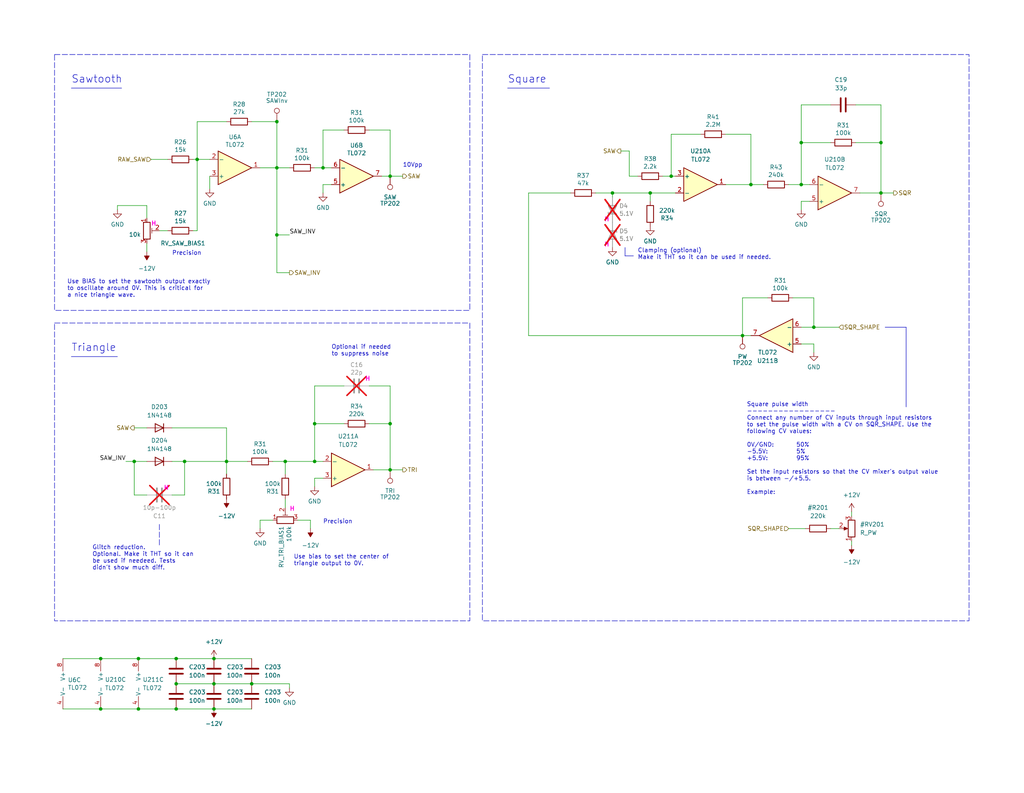
<source format=kicad_sch>
(kicad_sch (version 20231120) (generator "eeschema") (generator_version "8.0")
  (paper "User" 310.007 240.005)
  (title_block (title "Waveshapers"))
  (lib_symbols
    (symbol "-12V_1" (power) (pin_names (offset 0))
      (property "Value" "-12V_1" (at 0 3.81 0))
      (symbol "-12V_1_0_0"
        (pin power_in line (at 0 0 90) (length 0) hide (name "-12V") (number "1"))
      )
      (symbol "-12V_1_0_1"
        (polyline (pts (xy 0 0) (xy 0 1.27) (xy 0.762 1.27) (xy 0 2.54) (xy -0.762 1.27) (xy 0 1.27)) (fill (type outline)))
      )
    )
    (symbol "-12V_2" (power) (pin_names (offset 0))
      (property "Value" "-12V_2" (at 0 3.81 0))
      (symbol "-12V_2_0_0"
        (pin power_in line (at 0 0 90) (length 0) hide (name "-12V") (number "1"))
      )
      (symbol "-12V_2_0_1"
        (polyline (pts (xy 0 0) (xy 0 1.27) (xy 0.762 1.27) (xy 0 2.54) (xy -0.762 1.27) (xy 0 1.27)) (fill (type outline)))
      )
    )
    (symbol "-12V_3" (power) (pin_names (offset 0))
      (property "Value" "-12V_3" (at 0 3.81 0))
      (symbol "-12V_3_0_0"
        (pin power_in line (at 0 0 90) (length 0) hide (name "-12V") (number "1"))
      )
      (symbol "-12V_3_0_1"
        (polyline (pts (xy 0 0) (xy 0 1.27) (xy 0.762 1.27) (xy 0 2.54) (xy -0.762 1.27) (xy 0 1.27)) (fill (type outline)))
      )
    )
    (symbol "-12V_4" (power) (pin_names (offset 0))
      (property "Value" "-12V_4" (at 0 3.81 0))
      (symbol "-12V_4_0_0"
        (pin power_in line (at 0 0 90) (length 0) hide (name "-12V") (number "1"))
      )
      (symbol "-12V_4_0_1"
        (polyline (pts (xy 0 0) (xy 0 1.27) (xy 0.762 1.27) (xy 0 2.54) (xy -0.762 1.27) (xy 0 1.27)) (fill (type outline)))
      )
    )
    (symbol "Amplifier_Operational:TL072" (pin_names (offset 0.127))
      (property "Reference" "U" (at 0 5.08 0))
      (property "Value" "TL072" (at 0 -5.08 0))
      (symbol "TL072_1_1"
        (polyline (pts (xy -5.08 5.08) (xy 5.08 0) (xy -5.08 -5.08) (xy -5.08 5.08)) (stroke (width 0.254)) (fill (type background)))
        (pin output line (at 7.62 0 180) (length 2.54) (name "~") (number "1"))
        (pin input line (at -7.62 -2.54 0) (length 2.54) (name "-") (number "2"))
        (pin input line (at -7.62 2.54 0) (length 2.54) (name "+") (number "3"))
      )
      (symbol "TL072_2_1"
        (polyline (pts (xy -5.08 5.08) (xy 5.08 0) (xy -5.08 -5.08) (xy -5.08 5.08)) (stroke (width 0.254)) (fill (type background)))
        (pin input line (at -7.62 2.54 0) (length 2.54) (name "+") (number "5"))
        (pin input line (at -7.62 -2.54 0) (length 2.54) (name "-") (number "6"))
        (pin output line (at 7.62 0 180) (length 2.54) (name "~") (number "7"))
      )
      (symbol "TL072_3_1"
        (pin power_in line (at -2.54 -7.62 90) (length 3.81) (name "V-") (number "4"))
        (pin power_in line (at -2.54 7.62 270) (length 3.81) (name "V+") (number "8"))
      )
    )
    (symbol "Connector:TestPoint" (pin_numbers hide) (pin_names (offset 0.762) hide)
      (property "Reference" "TP" (at 0 6.858 0))
      (property "Value" "TestPoint" (at 0 5.08 0))
      (symbol "TestPoint_0_1"
        (circle (center 0 3.302) (radius 0.762))
      )
      (symbol "TestPoint_1_1"
        (pin passive line (at 0 0 90) (length 2.54) (name "1") (number "1"))
      )
    )
    (symbol "D_1" (pin_numbers hide) (pin_names (offset 1.016) hide)
      (property "Reference" "D" (at 0 2.54 0))
      (property "Value" "D" (at 0 -2.54 0))
      (symbol "D_1_0_1"
        (polyline (pts (xy -1.27 1.27) (xy -1.27 -1.27)) (stroke (width 0.254)))
        (polyline (pts (xy 1.27 0) (xy -1.27 0)))
        (polyline (pts (xy 1.27 1.27) (xy 1.27 -1.27) (xy -1.27 0) (xy 1.27 1.27)) (stroke (width 0.254)))
      )
      (symbol "D_1_1_1"
        (pin passive line (at -3.81 0 0) (length 2.54) (name "K") (number "1"))
        (pin passive line (at 3.81 0 180) (length 2.54) (name "A") (number "2"))
      )
    )
    (symbol "Device:C" (pin_numbers hide) (pin_names (offset 0.254))
      (property "Reference" "C" (at 0.635 2.54 0))
      (property "Value" "C" (at 0.635 -2.54 0))
      (symbol "C_0_1"
        (polyline (pts (xy -2.032 -0.762) (xy 2.032 -0.762)) (stroke (width 0.508)))
        (polyline (pts (xy -2.032 0.762) (xy 2.032 0.762)) (stroke (width 0.508)))
      )
      (symbol "C_1_1"
        (pin passive line (at 0 3.81 270) (length 2.794) (name "~") (number "1"))
        (pin passive line (at 0 -3.81 90) (length 2.794) (name "~") (number "2"))
      )
    )
    (symbol "Device:D_Zener" (pin_numbers hide) (pin_names (offset 1.016) hide)
      (property "Reference" "D" (at 0 2.54 0))
      (property "Value" "D_Zener" (at 0 -2.54 0))
      (symbol "D_Zener_0_1"
        (polyline (pts (xy 1.27 0) (xy -1.27 0)))
        (polyline (pts (xy -1.27 -1.27) (xy -1.27 1.27) (xy -0.762 1.27)) (stroke (width 0.254)))
        (polyline (pts (xy 1.27 -1.27) (xy 1.27 1.27) (xy -1.27 0) (xy 1.27 -1.27)) (stroke (width 0.254)))
      )
      (symbol "D_Zener_1_1"
        (pin passive line (at -3.81 0 0) (length 2.54) (name "K") (number "1"))
        (pin passive line (at 3.81 0 180) (length 2.54) (name "A") (number "2"))
      )
    )
    (symbol "Device:R" (pin_numbers hide) (pin_names (offset 0))
      (property "Reference" "R" (at 2.032 0 90))
      (property "Value" "R" (at 0 0 90))
      (symbol "R_0_1"
        (rectangle (start -1.016 -2.54) (end 1.016 2.54) (stroke (width 0.254)))
      )
      (symbol "R_1_1"
        (pin passive line (at 0 3.81 270) (length 1.27) (name "~") (number "1"))
        (pin passive line (at 0 -3.81 90) (length 1.27) (name "~") (number "2"))
      )
    )
    (symbol "Device:R_Potentiometer" (pin_names (offset 1.016) hide)
      (property "Reference" "RV" (at -4.445 0 90))
      (property "Value" "R_Potentiometer" (at -2.54 0 90))
      (symbol "R_Potentiometer_0_1"
        (polyline (pts (xy 2.54 0) (xy 1.524 0)))
        (polyline (pts (xy 1.143 0) (xy 2.286 0.508) (xy 2.286 -0.508) (xy 1.143 0)) (fill (type outline)))
        (rectangle (start 1.016 2.54) (end -1.016 -2.54) (stroke (width 0.254)))
      )
      (symbol "R_Potentiometer_1_1"
        (pin passive line (at 0 3.81 270) (length 1.27) (name "1") (number "1"))
        (pin passive line (at 3.81 0 180) (length 1.27) (name "2") (number "2"))
        (pin passive line (at 0 -3.81 90) (length 1.27) (name "3") (number "3"))
      )
    )
    (symbol "Device:R_Potentiometer_Trim" (pin_names (offset 1.016) hide)
      (property "Reference" "RV" (at -4.445 0 90))
      (property "Value" "R_Potentiometer_Trim" (at -2.54 0 90))
      (symbol "R_Potentiometer_Trim_0_1"
        (polyline (pts (xy 1.524 0.762) (xy 1.524 -0.762)))
        (polyline (pts (xy 2.54 0) (xy 1.524 0)))
        (rectangle (start 1.016 2.54) (end -1.016 -2.54) (stroke (width 0.254)))
      )
      (symbol "R_Potentiometer_Trim_1_1"
        (pin passive line (at 0 3.81 270) (length 1.27) (name "1") (number "1"))
        (pin passive line (at 3.81 0 180) (length 1.27) (name "2") (number "2"))
        (pin passive line (at 0 -3.81 90) (length 1.27) (name "3") (number "3"))
      )
    )
    (symbol "GND_1" (power) (pin_names (offset 0))
      (property "Value" "GND_1" (at 0 -3.81 0))
      (symbol "GND_1_0_1"
        (polyline (pts (xy 0 0) (xy 0 -1.27) (xy 1.27 -1.27) (xy 0 -2.54) (xy -1.27 -1.27) (xy 0 -1.27)))
      )
      (symbol "GND_1_1_1"
        (pin power_in line (at 0 0 270) (length 0) hide (name "GND") (number "1"))
      )
    )
    (symbol "power:+12V" (power) (pin_names (offset 0))
      (property "Value" "+12V" (at 0 3.556 0))
      (symbol "+12V_0_1"
        (polyline (pts (xy -0.762 1.27) (xy 0 2.54)))
        (polyline (pts (xy 0 0) (xy 0 2.54)))
        (polyline (pts (xy 0 2.54) (xy 0.762 1.27)))
      )
      (symbol "+12V_1_1"
        (pin power_in line (at 0 0 90) (length 0) hide (name "+12V") (number "1"))
      )
    )
    (symbol "power:-12V" (power) (pin_names (offset 0))
      (property "Value" "-12V" (at 0 3.81 0))
      (symbol "-12V_0_0"
        (pin power_in line (at 0 0 90) (length 0) hide (name "-12V") (number "1"))
      )
      (symbol "-12V_0_1"
        (polyline (pts (xy 0 0) (xy 0 1.27) (xy 0.762 1.27) (xy 0 2.54) (xy -0.762 1.27) (xy 0 1.27)) (fill (type outline)))
      )
    )
  )
  (junction (at 64.77 199.39))
  (junction (at 118.11 128.27))
  (junction (at 64.77 207.01))
  (junction (at 64.77 214.63))
  (junction (at 118.11 53.34))
  (junction (at 53.34 214.63))
  (junction (at 53.34 199.39))
  (junction (at 30.48 214.63))
  (junction (at 41.91 214.63))
  (junction (at 30.48 199.39))
  (junction (at 76.2 207.01))
  (junction (at 203.2 53.34))
  (junction (at 95.25 128.27))
  (junction (at 196.85 58.42))
  (junction (at 227.33 55.88))
  (junction (at 224.79 101.6))
  (junction (at 95.25 139.7))
  (junction (at 185.42 58.42))
  (junction (at 83.82 36.83))
  (junction (at 246.38 99.06))
  (junction (at 266.7 43.18))
  (junction (at 242.57 55.88))
  (junction (at 83.82 71.12))
  (junction (at 266.7 58.42))
  (junction (at 59.69 48.26))
  (junction (at 40.64 139.7))
  (junction (at 68.58 139.7))
  (junction (at 118.11 142.24))
  (junction (at 41.91 199.39))
  (junction (at 55.88 139.7))
  (junction (at 53.34 207.01))
  (junction (at 86.36 139.7))
  (junction (at 97.79 50.8))
  (junction (at 242.57 43.18))
  (junction (at 83.82 50.8))
  (wire (pts (xy 97.79 50.8) (xy 100.33 50.8)))
  (wire (pts (xy 238.76 160.02) (xy 243.84 160.02)))
  (polyline (pts (xy 21.59 26.67) (xy 36.83 26.67)))
  (wire (pts (xy 104.14 128.27) (xy 95.25 128.27)))
  (wire (pts (xy 266.7 31.75) (xy 266.7 43.18)))
  (wire (pts (xy 118.11 128.27) (xy 118.11 142.24)))
  (wire (pts (xy 52.07 149.86) (xy 55.88 149.86)))
  (wire (pts (xy 224.79 101.6) (xy 227.33 101.6)))
  (wire (pts (xy 35.56 63.5) (xy 35.56 62.23)))
  (wire (pts (xy 19.05 214.63) (xy 30.48 214.63)))
  (wire (pts (xy 97.79 39.37) (xy 97.79 50.8)))
  (wire (pts (xy 246.38 106.68) (xy 246.38 104.14)))
  (wire (pts (xy 266.7 58.42) (xy 260.35 58.42)))
  (wire (pts (xy 180.34 58.42) (xy 185.42 58.42)))
  (wire (pts (xy 242.57 60.96) (xy 242.57 63.5)))
  (wire (pts (xy 68.58 139.7) (xy 74.93 139.7)))
  (polyline (pts (xy 274.32 123.19) (xy 274.32 99.06)))
  (wire (pts (xy 40.64 149.86) (xy 40.64 139.7)))
  (wire (pts (xy 185.42 58.42) (xy 196.85 58.42)))
  (wire (pts (xy 53.34 214.63) (xy 64.77 214.63)))
  (wire (pts (xy 38.1 139.7) (xy 40.64 139.7)))
  (wire (pts (xy 30.48 199.39) (xy 41.91 199.39)))
  (wire (pts (xy 83.82 50.8) (xy 78.74 50.8)))
  (wire (pts (xy 227.33 40.64) (xy 227.33 55.88)))
  (wire (pts (xy 52.07 129.54) (xy 68.58 129.54)))
  (wire (pts (xy 251.46 31.75) (xy 242.57 31.75)))
  (wire (pts (xy 196.85 58.42) (xy 196.85 60.96)))
  (polyline (pts (xy 191.77 77.47) (xy 189.23 77.47)))
  (wire (pts (xy 41.91 214.63) (xy 53.34 214.63)))
  (wire (pts (xy 111.76 39.37) (xy 118.11 39.37)))
  (wire (pts (xy 19.05 199.39) (xy 30.48 199.39)))
  (wire (pts (xy 97.79 139.7) (xy 95.25 139.7)))
  (wire (pts (xy 111.76 116.84) (xy 118.11 116.84)))
  (wire (pts (xy 63.5 53.34) (xy 63.5 57.15)))
  (wire (pts (xy 160.02 101.6) (xy 224.79 101.6)))
  (wire (pts (xy 97.79 55.88) (xy 97.79 58.42)))
  (wire (pts (xy 68.58 36.83) (xy 59.69 36.83)))
  (wire (pts (xy 83.82 36.83) (xy 83.82 50.8)))
  (wire (pts (xy 212.09 40.64) (xy 203.2 40.64)))
  (wire (pts (xy 87.63 208.28) (xy 87.63 207.01)))
  (wire (pts (xy 58.42 69.85) (xy 59.69 69.85)))
  (wire (pts (xy 83.82 71.12) (xy 87.63 71.12)))
  (wire (pts (xy 95.25 116.84) (xy 95.25 128.27)))
  (wire (pts (xy 203.2 40.64) (xy 203.2 53.34)))
  (wire (pts (xy 95.25 128.27) (xy 95.25 139.7)))
  (wire (pts (xy 246.38 90.17) (xy 246.38 99.06)))
  (wire (pts (xy 104.14 116.84) (xy 95.25 116.84)))
  (wire (pts (xy 82.55 157.48) (xy 78.74 157.48)))
  (wire (pts (xy 172.72 58.42) (xy 160.02 58.42)))
  (wire (pts (xy 254 99.06) (xy 246.38 99.06)))
  (wire (pts (xy 204.47 58.42) (xy 196.85 58.42)))
  (wire (pts (xy 121.92 53.34) (xy 118.11 53.34)))
  (wire (pts (xy 231.14 55.88) (xy 227.33 55.88)))
  (wire (pts (xy 52.07 139.7) (xy 55.88 139.7)))
  (wire (pts (xy 64.77 199.39) (xy 76.2 199.39)))
  (wire (pts (xy 187.96 45.72) (xy 190.5 45.72)))
  (wire (pts (xy 68.58 129.54) (xy 68.58 139.7)))
  (wire (pts (xy 58.42 48.26) (xy 59.69 48.26)))
  (wire (pts (xy 97.79 144.78) (xy 95.25 144.78)))
  (wire (pts (xy 118.11 142.24) (xy 113.03 142.24)))
  (wire (pts (xy 227.33 55.88) (xy 219.71 55.88)))
  (wire (pts (xy 30.48 214.63) (xy 41.91 214.63)))
  (wire (pts (xy 90.17 157.48) (xy 93.98 157.48)))
  (polyline (pts (xy 48.26 158.75) (xy 48.26 165.1)) (stroke (width 0) (type dash)))
  (wire (pts (xy 45.72 48.26) (xy 50.8 48.26)))
  (wire (pts (xy 190.5 53.34) (xy 193.04 53.34)))
  (wire (pts (xy 219.71 40.64) (xy 227.33 40.64)))
  (wire (pts (xy 270.51 58.42) (xy 266.7 58.42)))
  (wire (pts (xy 82.55 139.7) (xy 86.36 139.7)))
  (wire (pts (xy 64.77 207.01) (xy 76.2 207.01)))
  (wire (pts (xy 259.08 31.75) (xy 266.7 31.75)))
  (wire (pts (xy 59.69 36.83) (xy 59.69 48.26)))
  (wire (pts (xy 55.88 139.7) (xy 68.58 139.7)))
  (wire (pts (xy 83.82 82.55) (xy 87.63 82.55)))
  (wire (pts (xy 251.46 43.18) (xy 242.57 43.18)))
  (wire (pts (xy 40.64 139.7) (xy 44.45 139.7)))
  (wire (pts (xy 83.82 71.12) (xy 83.82 50.8)))
  (polyline (pts (xy 153.67 26.67) (xy 166.37 26.67)))
  (wire (pts (xy 59.69 48.26) (xy 63.5 48.26)))
  (wire (pts (xy 55.88 149.86) (xy 55.88 139.7)))
  (polyline (pts (xy 267.97 99.06) (xy 274.32 99.06)))
  (wire (pts (xy 224.79 90.17) (xy 224.79 101.6)))
  (wire (pts (xy 160.02 101.6) (xy 160.02 58.42)))
  (wire (pts (xy 53.34 199.39) (xy 64.77 199.39)))
  (wire (pts (xy 242.57 43.18) (xy 242.57 55.88)))
  (wire (pts (xy 86.36 139.7) (xy 86.36 143.51)))
  (wire (pts (xy 203.2 53.34) (xy 200.66 53.34)))
  (polyline (pts (xy 189.23 77.47) (xy 189.23 74.93)))
  (wire (pts (xy 44.45 76.2) (xy 44.45 73.66)))
  (wire (pts (xy 93.98 157.48) (xy 93.98 160.02)))
  (wire (pts (xy 245.11 55.88) (xy 242.57 55.88)))
  (wire (pts (xy 246.38 104.14) (xy 242.57 104.14)))
  (wire (pts (xy 53.34 207.01) (xy 64.77 207.01)))
  (wire (pts (xy 100.33 55.88) (xy 97.79 55.88)))
  (wire (pts (xy 87.63 50.8) (xy 83.82 50.8)))
  (wire (pts (xy 232.41 90.17) (xy 224.79 90.17)))
  (wire (pts (xy 95.25 144.78) (xy 95.25 147.32)))
  (wire (pts (xy 245.11 60.96) (xy 242.57 60.96)))
  (wire (pts (xy 35.56 62.23) (xy 44.45 62.23)))
  (wire (pts (xy 76.2 36.83) (xy 83.82 36.83)))
  (wire (pts (xy 95.25 50.8) (xy 97.79 50.8)))
  (wire (pts (xy 118.11 116.84) (xy 118.11 128.27)))
  (wire (pts (xy 242.57 55.88) (xy 238.76 55.88)))
  (wire (pts (xy 246.38 99.06) (xy 242.57 99.06)))
  (wire (pts (xy 266.7 43.18) (xy 266.7 58.42)))
  (wire (pts (xy 41.91 199.39) (xy 53.34 199.39)))
  (wire (pts (xy 251.46 160.02) (xy 254 160.02)))
  (wire (pts (xy 44.45 149.86) (xy 40.64 149.86)))
  (wire (pts (xy 190.5 45.72) (xy 190.5 53.34)))
  (wire (pts (xy 44.45 62.23) (xy 44.45 66.04)))
  (wire (pts (xy 64.77 214.63) (xy 76.2 214.63)))
  (wire (pts (xy 204.47 53.34) (xy 203.2 53.34)))
  (wire (pts (xy 40.64 129.54) (xy 44.45 129.54)))
  (wire (pts (xy 118.11 53.34) (xy 115.57 53.34)))
  (wire (pts (xy 118.11 39.37) (xy 118.11 53.34)))
  (polyline (pts (xy 21.59 107.95) (xy 35.56 107.95)))
  (wire (pts (xy 257.81 163.83) (xy 257.81 165.1)))
  (wire (pts (xy 104.14 39.37) (xy 97.79 39.37)))
  (wire (pts (xy 118.11 142.24) (xy 121.92 142.24)))
  (wire (pts (xy 242.57 31.75) (xy 242.57 43.18)))
  (wire (pts (xy 48.26 69.85) (xy 50.8 69.85)))
  (wire (pts (xy 68.58 143.51) (xy 68.58 139.7)))
  (wire (pts (xy 86.36 151.13) (xy 86.36 153.67)))
  (wire (pts (xy 78.74 157.48) (xy 78.74 160.02)))
  (wire (pts (xy 59.69 48.26) (xy 59.69 69.85)))
  (wire (pts (xy 240.03 90.17) (xy 246.38 90.17)))
  (wire (pts (xy 95.25 139.7) (xy 86.36 139.7)))
  (wire (pts (xy 76.2 207.01) (xy 87.63 207.01)))
  (wire (pts (xy 259.08 43.18) (xy 266.7 43.18)))
  (wire (pts (xy 257.81 154.94) (xy 257.81 156.21)))
  (wire (pts (xy 185.42 58.42) (xy 185.42 59.69)))
  (wire (pts (xy 83.82 71.12) (xy 83.82 82.55)))
  (wire (pts (xy 111.76 128.27) (xy 118.11 128.27)))
  (rectangle (start 16.51 97.79) (end 142.24 187.96) (stroke (width 0) (type dash)))
  (rectangle (start 16.51 16.51) (end 142.24 93.98) (stroke (width 0) (type dash)))
  (rectangle (start 146.05 16.51) (end 293.37 187.96) (stroke (width 0) (type dash)))
  (text "H" (at 45.72 68.58 0) (effects (font (size 1.27 1.27) (thickness 0.254) (bold yes)) (justify left bottom)))
  (text "Precision" (at 52.07 77.47 0) (effects (font (size 1.27 1.27)) (justify left bottom)))
  (text "Use bias to set the center of \ntriangle output to 0V." (at 88.9 171.45 0) (effects (font (size 1.27 1.27)) (justify left bottom)))
  (text "10Vpp" (at 121.92 50.8 0) (effects (font (size 1.27 1.27)) (justify left bottom)))
  (text "H" (at 49.53 148.59 0) (effects (font (size 1.27 1.27) (thickness 0.254) (bold yes)) (justify left bottom)))
  (text "H" (at 182.88 74.93 0) (effects (font (size 1.27 1.27) (thickness 0.254) (bold yes)) (justify left bottom)))
  (text "Sawtooth" (at 21.59 25.4 0) (effects (font (size 2.2606 2.2606)) (justify left bottom)))
  (text "Precision" (at 97.79 158.75 0) (effects (font (size 1.27 1.27)) (justify left bottom)))
  (text "H" (at 182.88 67.31 0) (effects (font (size 1.27 1.27) (thickness 0.254) (bold yes)) (justify left bottom)))
  (text "Square pulse width\n-----------------\nConnect any number of CV inputs through input resistors \nto set the pulse width with a CV on SQR_SHAPE. Use the \nfollowing CV values:\n\n0V/GND: 	50%\n-5.5V: 		5%\n+5.5V: 		95%\n\nSet the input resistors so that the CV mixer's output value \nis between -/+5.5.\n\nExample:" (at 226.06 149.86 0) (effects (font (size 1.27 1.27)) (justify left bottom)))
  (text "Use BIAS to set the sawtooth output exactly\nto oscillate around 0V. This is critical for\na nice triangle wave." (at 20.32 90.17 0) (effects (font (size 1.27 1.27)) (justify left bottom)))
  (text "Optional if needed\nto suppress noise" (at 100.33 107.95 0) (effects (font (size 1.27 1.27)) (justify left bottom)))
  (text "Square" (at 153.67 25.4 0) (effects (font (size 2.2606 2.2606)) (justify left bottom)))
  (text "H" (at 110.49 115.57 0) (effects (font (size 1.27 1.27) (thickness 0.254) (bold yes)) (justify left bottom)))
  (text "Clamping (optional)\nMake it THT so it can be used if needed." (at 193.04 78.74 0) (effects (font (size 1.27 1.27)) (justify left bottom)))
  (text "Triangle" (at 21.59 106.68 0) (effects (font (size 2.2606 2.2606)) (justify left bottom)))
  (text "Glitch reduction.\nOptional. Make it THT so it can \nbe used if needeed. Tests \ndidn't show much diff." (at 27.94 172.72 0) (effects (font (size 1.27 1.27)) (justify left bottom)))
  (text "H" (at 87.63 154.94 0) (effects (font (size 1.27 1.27) (thickness 0.254) (bold yes)) (justify left bottom)))
  (label "SAW_INV" (at 87.63 71.12 0))
  (label "SAW_INV" (at 38.1 139.7 180))
  (hierarchical_label "SAW_INV" (shape output) (at 87.63 82.55 0))
  (hierarchical_label "RAW_SAW" (shape input) (at 45.72 48.26 180))
  (hierarchical_label "SAW" (shape output) (at 40.64 129.54 180))
  (hierarchical_label "SQR" (shape output) (at 270.51 58.42 0))
  (hierarchical_label "SAW" (shape output) (at 187.96 45.72 180))
  (hierarchical_label "TRI" (shape output) (at 121.92 142.24 0))
  (hierarchical_label "SQR_SHAPE" (shape input) (at 238.76 160.02 180))
  (hierarchical_label "SAW" (shape output) (at 121.92 53.34 0))
  (hierarchical_label "SQR_SHAPE" (shape input) (at 254 99.06 0))
  (symbol (lib_id "Device:C") (at 64.77 210.82 0) (unit 1)
    (property "Reference" "C203" (at 68.58 209.55 0) (effects (justify left)))
    (property "Value" "100n" (at 68.58 212.09 0) (effects (justify left)))
    (property "Footprint" "Capacitor_SMD:C_0603_1608Metric" (effects (hide yes)))
    (property "LCSC" "C14663" (effects (hide yes)))
    (property "Vendor" "JLCPCB" (effects (hide yes)))
    (instances (project "A-psu-voice-proto-4l" (path "" (reference "C203") (unit 1))) (project "core-rev-3" (path "" (reference "C232") (unit 1)) (path "" (reference "C268") (unit 1)) (path "" (reference "C203") (unit 1))) (project "hog-v2-voice-proto" (path "" (reference "C203") (unit 1))))
  )
  (symbol (lib_id "Connector:TestPoint") (at 224.79 101.6 180) (unit 1) (in_bom no)
    (property "Reference" "TP202" (at 224.79 109.855 0))
    (property "Value" "PW" (at 224.79 107.95 0))
    (property "Footprint" "TestPoint:TestPoint_THTPad_2.0x2.0mm_Drill1.0mm" (effects (hide yes)))
    (instances (project "core-rev-3" (path "" (reference "TP202") (unit 1)) (path "" (reference "TP215") (unit 1)) (path "" (reference "TP216") (unit 1)) (path "" (reference "TP206") (unit 1))))
  )
  (symbol (lib_id "Device:C") (at 53.34 210.82 0) (unit 1)
    (property "Reference" "C203" (at 57.15 209.55 0) (effects (justify left)))
    (property "Value" "100n" (at 57.15 212.09 0) (effects (justify left)))
    (property "Footprint" "Capacitor_SMD:C_0603_1608Metric" (effects (hide yes)))
    (property "LCSC" "C14663" (effects (hide yes)))
    (property "Vendor" "JLCPCB" (effects (hide yes)))
    (instances (project "A-psu-voice-proto-4l" (path "" (reference "C203") (unit 1))) (project "core-rev-3" (path "" (reference "C230") (unit 1)) (path "" (reference "C266") (unit 1)) (path "" (reference "C203") (unit 1))) (project "hog-v2-voice-proto" (path "" (reference "C203") (unit 1))))
  )
  (symbol (lib_id "Amplifier_Operational:TL072") (at 107.95 53.34 0) (mirror x) (unit 2)
    (property "Reference" "U6" (at 107.95 44.0182 0))
    (property "Value" "TL072" (at 107.95 46.3296 0))
    (property "Footprint" "Package_SO:SOIC-8_3.9x4.9mm_P1.27mm" (effects (hide yes)))
    (property "Datasheet" "http://www.ti.com/lit/ds/symlink/tl071.pdf" (effects (hide yes)))
    (property "LCSC" "C6961" (effects (hide yes)))
    (property "Vendor" "JLCPCB" (effects (hide yes)))
    (instances (project "hog-f1-voice" (path "" (reference "U6") (unit 2))) (project "core-rev-3" (path "" (reference "U209") (unit 2)) (path "" (reference "U225") (unit 2))))
  )
  (symbol (lib_id "Device:C") (at 64.77 203.2 0) (unit 1)
    (property "Reference" "C203" (at 68.58 201.93 0) (effects (justify left)))
    (property "Value" "100n" (at 68.58 204.47 0) (effects (justify left)))
    (property "Footprint" "Capacitor_SMD:C_0603_1608Metric" (effects (hide yes)))
    (property "LCSC" "C14663" (effects (hide yes)))
    (property "Vendor" "JLCPCB" (effects (hide yes)))
    (instances (project "A-psu-voice-proto-4l" (path "" (reference "C203") (unit 1))) (project "core-rev-3" (path "" (reference "C231") (unit 1)) (path "" (reference "C267") (unit 1)) (path "" (reference "C203") (unit 1))) (project "hog-v2-voice-proto" (path "" (reference "C203") (unit 1))))
  )
  (symbol (lib_id "Device:C") (at 107.95 116.84 270) (unit 1) (in_bom no) (dnp yes)
    (property "Reference" "C16" (at 107.95 110.4392 90))
    (property "Value" "22p" (at 107.95 112.7506 90))
    (property "Footprint" "Capacitor_THT:C_Disc_D3.0mm_W2.0mm_P2.50mm" (effects (hide yes)))
    (instances (project "hog-f1-voice" (path "" (reference "C16") (unit 1))) (project "core-rev-3" (path "" (reference "C235") (unit 1)) (path "" (reference "C271") (unit 1))))
  )
  (symbol (lib_name "-12V_2") (lib_id "power:-12V") (at 93.98 160.02 180) (unit 1)
    (property "Reference" "#PWR0269" (effects (hide yes)))
    (property "Value" "-12V" (at 93.98 165.1 0))
    (instances (project "core-rev-3" (path "" (reference "#PWR0269") (unit 1)) (path "" (reference "#PWR0353") (unit 1))))
  )
  (symbol (lib_name "GND_1") (lib_id "power:GND") (at 87.63 208.28 0) (unit 1)
    (property "Reference" "#PWR0268" (effects (hide yes)))
    (property "Value" "GND" (at 87.63 212.725 0))
    (instances (project "core-rev-3" (path "" (reference "#PWR0268") (unit 1)) (path "" (reference "#PWR0352") (unit 1))))
  )
  (symbol (lib_name "GND_1") (lib_id "power:GND") (at 246.38 106.68 0) (unit 1)
    (property "Reference" "#PWR0275" (effects (hide yes)))
    (property "Value" "GND" (at 246.38 111.125 0))
    (instances (project "core-rev-3" (path "" (reference "#PWR0275") (unit 1)) (path "" (reference "#PWR0359") (unit 1))))
  )
  (symbol (lib_id "Device:R") (at 234.95 55.88 270) (unit 1)
    (property "Reference" "R43" (at 234.95 50.6222 90))
    (property "Value" "240k" (at 234.95 52.9336 90))
    (property "Footprint" "Resistor_SMD:R_0603_1608Metric" (effects (hide yes)))
    (property "LCSC" "C4197" (effects (hide yes)))
    (property "Vendor" "JLCPCB" (effects (hide yes)))
    (instances (project "hog-f1-voice" (path "" (reference "R43") (unit 1))) (project "core-rev-3" (path "" (reference "R261") (unit 1)) (path "" (reference "R315") (unit 1))))
  )
  (symbol (lib_id "Device:R") (at 176.53 58.42 270) (unit 1)
    (property "Reference" "R37" (at 176.53 53.1622 90))
    (property "Value" "47k" (at 176.53 55.4736 90))
    (property "Footprint" "Resistor_SMD:R_0603_1608Metric" (effects (hide yes)))
    (property "LCSC" "C25819" (effects (hide yes)))
    (property "Vendor" "JLCPCB" (effects (hide yes)))
    (instances (project "hog-f1-voice" (path "" (reference "R37") (unit 1))) (project "core-rev-3" (path "" (reference "R257") (unit 1)) (path "" (reference "R311") (unit 1))))
  )
  (symbol (lib_id "Device:R") (at 236.22 90.17 270) (unit 1)
    (property "Reference" "R31" (at 236.22 84.9122 90))
    (property "Value" "100k" (at 236.22 87.2236 90))
    (property "Footprint" "Resistor_SMD:R_0603_1608Metric" (effects (hide yes)))
    (property "LCSC" "C25803" (effects (hide yes)))
    (property "Vendor" "JLCPCB" (effects (hide yes)))
    (instances (project "hog-f1-voice" (path "" (reference "R31") (unit 1))) (project "core-rev-3" (path "" (reference "R262") (unit 1)) (path "" (reference "R316") (unit 1))))
  )
  (symbol (lib_id "Device:R_Potentiometer") (at 257.81 160.02 180) (unit 1)
    (property "Reference" "#RV201" (at 260.35 158.75 0) (effects (justify right)))
    (property "Value" "R_PW" (at 260.35 161.29 0) (effects (justify right)))
    (instances (project "core-rev-3" (path "" (reference "#RV201") (unit 1)) (path "" (reference "#RV202") (unit 1))))
  )
  (symbol (lib_id "Device:R") (at 107.95 128.27 270) (unit 1)
    (property "Reference" "R34" (at 107.95 123.0122 90))
    (property "Value" "220k" (at 107.95 125.3236 90))
    (property "Footprint" "Resistor_SMD:R_0603_1608Metric" (effects (hide yes)))
    (property "LCSC" "C22961" (effects (hide yes)))
    (property "Vendor" "JLCPCB" (effects (hide yes)))
    (instances (project "hog-f1-voice" (path "" (reference "R34") (unit 1))) (project "core-rev-3" (path "" (reference "R256") (unit 1)) (path "" (reference "R310") (unit 1))))
  )
  (symbol (lib_id "Amplifier_Operational:TL072") (at 105.41 142.24 0) (mirror x) (unit 1)
    (property "Reference" "U211" (at 105.41 132.08 0))
    (property "Value" "TL072" (at 105.41 134.62 0))
    (property "Footprint" "Package_SO:SOIC-8_3.9x4.9mm_P1.27mm" (effects (hide yes)))
    (property "Datasheet" "http://www.ti.com/lit/ds/symlink/tl071.pdf" (effects (hide yes)))
    (property "LCSC" "C6961" (effects (hide yes)))
    (property "Vendor" "JLCPCB" (effects (hide yes)))
    (instances (project "core-rev-3" (path "" (reference "U211") (unit 1)) (path "" (reference "U227") (unit 1))))
  )
  (symbol (lib_name "GND_1") (lib_id "power:GND") (at 196.85 68.58 0) (unit 1)
    (property "Reference" "#PWR0273" (effects (hide yes)))
    (property "Value" "GND" (at 196.85 73.025 0))
    (instances (project "core-rev-3" (path "" (reference "#PWR0273") (unit 1)) (path "" (reference "#PWR0357") (unit 1))))
  )
  (symbol (lib_id "Device:R") (at 247.65 160.02 90) (unit 1)
    (property "Reference" "#R201" (at 247.65 153.67 90))
    (property "Value" "220k" (at 247.65 156.21 90))
    (instances (project "core-rev-3" (path "" (reference "#R201") (unit 1)) (path "" (reference "#R202") (unit 1))))
  )
  (symbol (lib_id "Device:R") (at 196.85 53.34 270) (unit 1)
    (property "Reference" "R38" (at 196.85 48.0822 90))
    (property "Value" "2.2k" (at 196.85 50.3936 90))
    (property "Footprint" "Resistor_SMD:R_0603_1608Metric" (effects (hide yes)))
    (property "LCSC" "C4190" (effects (hide yes)))
    (property "Vendor" "JLCPCB" (effects (hide yes)))
    (instances (project "hog-f1-voice" (path "" (reference "R38") (unit 1))) (project "core-rev-3" (path "" (reference "R258") (unit 1)) (path "" (reference "R312") (unit 1))))
  )
  (symbol (lib_name "GND_1") (lib_id "power:GND") (at 242.57 63.5 0) (unit 1)
    (property "Reference" "#PWR0274" (effects (hide yes)))
    (property "Value" "GND" (at 242.57 67.945 0))
    (instances (project "core-rev-3" (path "" (reference "#PWR0274") (unit 1)) (path "" (reference "#PWR0358") (unit 1))))
  )
  (symbol (lib_id "Device:R") (at 86.36 147.32 0) (unit 1)
    (property "Reference" "R31" (at 82.55 148.7678 0))
    (property "Value" "100k" (at 82.55 146.4564 0))
    (property "Footprint" "Resistor_SMD:R_0603_1608Metric" (effects (hide yes)))
    (property "LCSC" "C25803" (effects (hide yes)))
    (property "Vendor" "JLCPCB" (effects (hide yes)))
    (instances (project "hog-f1-voice" (path "" (reference "R31") (unit 1))) (project "core-rev-3" (path "" (reference "R253") (unit 1)) (path "" (reference "R307") (unit 1))))
  )
  (symbol (lib_name "GND_1") (lib_id "power:GND") (at 63.5 57.15 0) (unit 1)
    (property "Reference" "#PWR0263" (effects (hide yes)))
    (property "Value" "GND" (at 63.5 61.595 0))
    (instances (project "core-rev-3" (path "" (reference "#PWR0263") (unit 1)) (path "" (reference "#PWR0347") (unit 1))))
  )
  (symbol (lib_id "Device:R") (at 78.74 139.7 270) (unit 1)
    (property "Reference" "R31" (at 78.74 134.4422 90))
    (property "Value" "100k" (at 78.74 136.7536 90))
    (property "Footprint" "Resistor_SMD:R_0603_1608Metric" (effects (hide yes)))
    (property "LCSC" "C25803" (effects (hide yes)))
    (property "Vendor" "JLCPCB" (effects (hide yes)))
    (instances (project "hog-f1-voice" (path "" (reference "R31") (unit 1))) (project "core-rev-3" (path "" (reference "R252") (unit 1)) (path "" (reference "R306") (unit 1))))
  )
  (symbol (lib_id "Amplifier_Operational:TL072") (at 33.02 207.01 0) (unit 3)
    (property "Reference" "U210" (at 31.75 205.74 0) (effects (justify left)))
    (property "Value" "TL072" (at 31.75 208.28 0) (effects (justify left)))
    (property "Footprint" "Package_SO:SOIC-8_3.9x4.9mm_P1.27mm" (effects (hide yes)))
    (property "Datasheet" "http://www.ti.com/lit/ds/symlink/tl071.pdf" (effects (hide yes)))
    (property "LCSC" "C6961" (effects (hide yes)))
    (property "Vendor" "JLCPCB" (effects (hide yes)))
    (instances (project "core-rev-3" (path "" (reference "U210") (unit 3)) (path "" (reference "U226") (unit 3))))
  )
  (symbol (lib_id "Device:C") (at 255.27 31.75 90) (unit 1)
    (property "Reference" "C19" (at 256.54 24.13 90) (effects (justify left)))
    (property "Value" "33p" (at 256.54 26.67 90) (effects (justify left)))
    (property "Footprint" "Capacitor_SMD:C_0603_1608Metric" (effects (hide yes)))
    (property "LCSC" "C1663" (effects (hide yes)))
    (property "Vendor" "JLCPCB" (effects (hide yes)))
    (instances (project "hog-f1-voice" (path "" (reference "C19") (unit 1))) (project "core-rev-3" (path "" (reference "C236") (unit 1)) (path "" (reference "C272") (unit 1))))
  )
  (symbol (lib_name "GND_1") (lib_id "power:GND") (at 185.42 74.93 0) (unit 1)
    (property "Reference" "#PWR0272" (effects (hide yes)))
    (property "Value" "GND" (at 185.42 79.375 0))
    (instances (project "core-rev-3" (path "" (reference "#PWR0272") (unit 1)) (path "" (reference "#PWR0356") (unit 1))))
  )
  (symbol (lib_id "Amplifier_Operational:TL072") (at 234.95 101.6 180) (unit 2)
    (property "Reference" "U211" (at 232.41 109.22 0))
    (property "Value" "TL072" (at 232.41 106.68 0))
    (property "Footprint" "Package_SO:SOIC-8_3.9x4.9mm_P1.27mm" (effects (hide yes)))
    (property "Datasheet" "http://www.ti.com/lit/ds/symlink/tl071.pdf" (effects (hide yes)))
    (property "LCSC" "C6961" (effects (hide yes)))
    (property "Vendor" "JLCPCB" (effects (hide yes)))
    (instances (project "core-rev-3" (path "" (reference "U211") (unit 2)) (path "" (reference "U227") (unit 2))))
  )
  (symbol (lib_id "Device:R_Potentiometer_Trim") (at 86.36 157.48 90) (unit 1)
    (property "Reference" "RV_TRI_BIAS1" (at 85.1916 159.2326 0) (effects (justify right)))
    (property "Value" "100k" (at 87.503 159.2326 0) (effects (justify right)))
    (property "Footprint" "Potentiometer_THT:Potentiometer_Bourns_3006P_Horizontal" (effects (hide yes)))
    (property "Arwill" "https://arwill.hu/termekek/passziv-alkatreszek/trimmer-potmeterek/7401/100k-helitrimmer-potmeter-911756/" (effects (hide yes)))
    (property "Part No." "652-3006P-1-104-LF " (effects (hide yes)))
    (property "Part URL" "https://mou.sr/4ff5W1E" (effects (hide yes)))
    (property "Vendor" "Mouser" (effects (hide yes)))
    (instances (project "hog-f1-voice" (path "" (reference "RV_TRI_BIAS1") (unit 1))) (project "core-rev-3" (path "" (reference "RV_TRI_BIAS201") (unit 1)) (path "" (reference "RV_TRI_BIAS202") (unit 1))))
  )
  (symbol (lib_name "GND_1") (lib_id "power:GND") (at 97.79 58.42 0) (unit 1)
    (property "Reference" "#PWR0271" (effects (hide yes)))
    (property "Value" "GND" (at 97.79 62.865 0))
    (instances (project "core-rev-3" (path "" (reference "#PWR0271") (unit 1)) (path "" (reference "#PWR0355") (unit 1))))
  )
  (symbol (lib_name "GND_1") (lib_id "power:GND") (at 95.25 147.32 0) (unit 1)
    (property "Reference" "#PWR0270" (effects (hide yes)))
    (property "Value" "GND" (at 95.25 151.765 0))
    (instances (project "core-rev-3" (path "" (reference "#PWR0270") (unit 1)) (path "" (reference "#PWR0354") (unit 1))))
  )
  (symbol (lib_id "Amplifier_Operational:TL072") (at 21.59 207.01 0) (unit 3)
    (property "Reference" "U6" (at 20.5232 205.8416 0) (effects (justify left)))
    (property "Value" "TL072" (at 20.5232 208.153 0) (effects (justify left)))
    (property "Footprint" "Package_SO:SOIC-8_3.9x4.9mm_P1.27mm" (effects (hide yes)))
    (property "Datasheet" "http://www.ti.com/lit/ds/symlink/tl071.pdf" (effects (hide yes)))
    (property "LCSC" "C6961" (effects (hide yes)))
    (property "Vendor" "JLCPCB" (effects (hide yes)))
    (instances (project "hog-f1-voice" (path "" (reference "U6") (unit 3))) (project "core-rev-3" (path "" (reference "U209") (unit 3)) (path "" (reference "U225") (unit 3))))
  )
  (symbol (lib_id "Connector:TestPoint") (at 118.11 142.24 180) (unit 1) (in_bom no)
    (property "Reference" "TP202" (at 118.11 150.495 0))
    (property "Value" "TRI" (at 118.11 148.59 0))
    (property "Footprint" "TestPoint:TestPoint_THTPad_2.0x2.0mm_Drill1.0mm" (effects (hide yes)))
    (instances (project "core-rev-3" (path "" (reference "TP202") (unit 1)) (path "" (reference "TP213") (unit 1)) (path "" (reference "TP214") (unit 1)) (path "" (reference "TP206") (unit 1))))
  )
  (symbol (lib_id "power:+12V") (at 64.77 199.39 0) (unit 1)
    (property "Reference" "#PWR0264" (effects (hide yes)))
    (property "Value" "+12V" (at 64.77 194.31 0))
    (instances (project "core-rev-3" (path "" (reference "#PWR0264") (unit 1)) (path "" (reference "#PWR0348") (unit 1))))
  )
  (symbol (lib_id "Amplifier_Operational:TL072") (at 39.37 207.01 0) (mirror y) (unit 3)
    (property "Reference" "U211" (at 43.18 205.74 0) (effects (justify right)))
    (property "Value" "TL072" (at 43.18 208.28 0) (effects (justify right)))
    (property "Footprint" "Package_SO:SOIC-8_3.9x4.9mm_P1.27mm" (effects (hide yes)))
    (property "Datasheet" "http://www.ti.com/lit/ds/symlink/tl071.pdf" (effects (hide yes)))
    (property "LCSC" "C6961" (effects (hide yes)))
    (property "Vendor" "JLCPCB" (effects (hide yes)))
    (instances (project "core-rev-3" (path "" (reference "U211") (unit 3)) (path "" (reference "U227") (unit 3))))
  )
  (symbol (lib_name "-12V_1") (lib_id "power:-12V") (at 64.77 214.63 180) (unit 1)
    (property "Reference" "#PWR0265" (effects (hide yes)))
    (property "Value" "-12V" (at 64.77 219.075 0))
    (instances (project "core-rev-3" (path "" (reference "#PWR0265") (unit 1)) (path "" (reference "#PWR0349") (unit 1))))
  )
  (symbol (lib_id "Device:D_Zener") (at 185.42 71.12 270) (unit 1) (in_bom no) (dnp yes)
    (property "Reference" "D5" (at 187.452 69.9516 90) (effects (justify left)))
    (property "Value" "5.1V" (at 187.452 72.263 90) (effects (justify left)))
    (property "Footprint" "Diode_THT:D_DO-34_SOD68_P2.54mm_Vertical_AnodeUp" (effects (hide yes)))
    (instances (project "hog-f1-voice" (path "" (reference "D5") (unit 1))) (project "core-rev-3" (path "" (reference "D206") (unit 1)) (path "" (reference "D215") (unit 1))))
  )
  (symbol (lib_name "D_1") (lib_id "Device:D") (at 48.26 129.54 0) (mirror y) (unit 1)
    (property "Reference" "D203" (at 48.26 123.19 0))
    (property "Value" "1N4148" (at 48.26 125.73 0))
    (property "Footprint" "Diode_SMD:D_SOD-123" (effects (hide yes)))
    (property "Sim.Device" "D" (effects (hide yes)))
    (property "Sim.Pins" "1=K 2=A" (effects (hide yes)))
    (property "LCSC" "C81598" (effects (hide yes)))
    (property "Vendor" "JLCPCB" (effects (hide yes)))
    (instances (project "core-rev-3" (path "" (reference "D203") (unit 1)) (path "" (reference "D212") (unit 1))))
  )
  (symbol (lib_id "Device:R") (at 72.39 36.83 270) (unit 1)
    (property "Reference" "R28" (at 72.39 31.5722 90))
    (property "Value" "27k" (at 72.39 33.8836 90))
    (property "Footprint" "Resistor_SMD:R_0603_1608Metric" (effects (hide yes)))
    (property "LCSC" "C22967" (effects (hide yes)))
    (property "Vendor" "JLCPCB" (effects (hide yes)))
    (instances (project "hog-f1-voice" (path "" (reference "R28") (unit 1))) (project "core-rev-3" (path "" (reference "R251") (unit 1)) (path "" (reference "R305") (unit 1))))
  )
  (symbol (lib_id "Device:D_Zener") (at 185.42 63.5 90) (unit 1) (in_bom no) (dnp yes)
    (property "Reference" "D4" (at 187.452 62.3316 90) (effects (justify right)))
    (property "Value" "5.1V" (at 187.452 64.643 90) (effects (justify right)))
    (property "Footprint" "Diode_THT:D_DO-34_SOD68_P2.54mm_Vertical_AnodeUp" (effects (hide yes)))
    (instances (project "hog-f1-voice" (path "" (reference "D4") (unit 1))) (project "core-rev-3" (path "" (reference "D205") (unit 1)) (path "" (reference "D214") (unit 1))))
  )
  (symbol (lib_id "Device:C") (at 76.2 210.82 0) (unit 1)
    (property "Reference" "C203" (at 80.01 209.55 0) (effects (justify left)))
    (property "Value" "100n" (at 80.01 212.09 0) (effects (justify left)))
    (property "Footprint" "Capacitor_SMD:C_0603_1608Metric" (effects (hide yes)))
    (property "LCSC" "C14663" (effects (hide yes)))
    (property "Vendor" "JLCPCB" (effects (hide yes)))
    (instances (project "A-psu-voice-proto-4l" (path "" (reference "C203") (unit 1))) (project "core-rev-3" (path "" (reference "C234") (unit 1)) (path "" (reference "C270") (unit 1)) (path "" (reference "C203") (unit 1))) (project "hog-v2-voice-proto" (path "" (reference "C203") (unit 1))))
  )
  (symbol (lib_id "Device:R") (at 54.61 48.26 270) (unit 1)
    (property "Reference" "R26" (at 54.61 43.0022 90))
    (property "Value" "15k" (at 54.61 45.3136 90))
    (property "Footprint" "Resistor_SMD:R_0603_1608Metric" (effects (hide yes)))
    (property "LCSC" "C22809" (effects (hide yes)))
    (property "Vendor" "JLCPCB" (effects (hide yes)))
    (instances (project "hog-f1-voice" (path "" (reference "R26") (unit 1))) (project "core-rev-3" (path "" (reference "R248") (unit 1)) (path "" (reference "R302") (unit 1))))
  )
  (symbol (lib_id "Device:R") (at 215.9 40.64 270) (unit 1)
    (property "Reference" "R41" (at 215.9 35.3822 90))
    (property "Value" "2.2M" (at 215.9 37.6936 90))
    (property "Footprint" "Resistor_SMD:R_0603_1608Metric" (effects (hide yes)))
    (property "LCSC" "C22938" (effects (hide yes)))
    (property "Vendor" "JLCPCB" (effects (hide yes)))
    (instances (project "hog-f1-voice" (path "" (reference "R41") (unit 1))) (project "core-rev-3" (path "" (reference "R260") (unit 1)) (path "" (reference "R314") (unit 1))))
  )
  (symbol (lib_id "power:-12V") (at 257.81 165.1 180) (unit 1)
    (property "Reference" "#PWR0277" (effects (hide yes)))
    (property "Value" "-12V" (at 257.81 170.18 0))
    (instances (project "core-rev-3" (path "" (reference "#PWR0277") (unit 1)) (path "" (reference "#PWR0361") (unit 1))))
  )
  (symbol (lib_id "Connector:TestPoint") (at 118.11 53.34 180) (unit 1) (in_bom no)
    (property "Reference" "TP202" (at 118.11 61.595 0))
    (property "Value" "SAW" (at 118.11 59.69 0))
    (property "Footprint" "TestPoint:TestPoint_THTPad_2.0x2.0mm_Drill1.0mm" (effects (hide yes)))
    (instances (project "core-rev-3" (path "" (reference "TP202") (unit 1)) (path "" (reference "TP211") (unit 1)) (path "" (reference "TP212") (unit 1)) (path "" (reference "TP206") (unit 1))))
  )
  (symbol (lib_id "Connector:TestPoint") (at 83.82 36.83 0) (unit 1) (in_bom no)
    (property "Reference" "TP202" (at 83.82 28.575 0))
    (property "Value" "SAWInv" (at 83.82 30.48 0))
    (property "Footprint" "TestPoint:TestPoint_THTPad_2.0x2.0mm_Drill1.0mm" (effects (hide yes)))
    (instances (project "core-rev-3" (path "" (reference "TP202") (unit 1)) (path "" (reference "TP209") (unit 1)) (path "" (reference "TP210") (unit 1)) (path "" (reference "TP206") (unit 1))))
  )
  (symbol (lib_id "Amplifier_Operational:TL072") (at 212.09 55.88 0) (unit 1)
    (property "Reference" "U210" (at 212.09 45.72 0))
    (property "Value" "TL072" (at 212.09 48.26 0))
    (property "Footprint" "Package_SO:SOIC-8_3.9x4.9mm_P1.27mm" (effects (hide yes)))
    (property "Datasheet" "http://www.ti.com/lit/ds/symlink/tl071.pdf" (effects (hide yes)))
    (property "LCSC" "C6961" (effects (hide yes)))
    (property "Vendor" "JLCPCB" (effects (hide yes)))
    (instances (project "core-rev-3" (path "" (reference "U210") (unit 1)) (path "" (reference "U226") (unit 1))))
  )
  (symbol (lib_id "Device:C") (at 48.26 149.86 270) (unit 1) (in_bom no) (dnp yes)
    (property "Reference" "C11" (at 48.26 156.21 90))
    (property "Value" "10p-100p" (at 48.26 153.67 90))
    (property "Footprint" "Capacitor_THT:C_Rect_L7.0mm_W2.5mm_P5.00mm" (effects (hide yes)))
    (instances (project "hog-f1-voice" (path "" (reference "C11") (unit 1))) (project "core-rev-3" (path "" (reference "C228") (unit 1)) (path "" (reference "C264") (unit 1))))
  )
  (symbol (lib_name "-12V_3") (lib_id "power:-12V") (at 68.58 151.13 180) (unit 1)
    (property "Reference" "#PWR0266" (effects (hide yes)))
    (property "Value" "-12V" (at 68.58 156.21 0))
    (instances (project "core-rev-3" (path "" (reference "#PWR0266") (unit 1)) (path "" (reference "#PWR0350") (unit 1))))
  )
  (symbol (lib_id "Amplifier_Operational:TL072") (at 252.73 58.42 0) (mirror x) (unit 2)
    (property "Reference" "U210" (at 252.73 48.26 0))
    (property "Value" "TL072" (at 252.73 50.8 0))
    (property "Footprint" "Package_SO:SOIC-8_3.9x4.9mm_P1.27mm" (effects (hide yes)))
    (property "Datasheet" "http://www.ti.com/lit/ds/symlink/tl071.pdf" (effects (hide yes)))
    (property "LCSC" "C6961" (effects (hide yes)))
    (property "Vendor" "JLCPCB" (effects (hide yes)))
    (instances (project "core-rev-3" (path "" (reference "U210") (unit 2)) (path "" (reference "U226") (unit 2))))
  )
  (symbol (lib_id "Device:R") (at 54.61 69.85 270) (unit 1)
    (property "Reference" "R27" (at 54.61 64.5922 90))
    (property "Value" "15k" (at 54.61 66.9036 90))
    (property "Footprint" "Resistor_SMD:R_0603_1608Metric" (effects (hide yes)))
    (property "LCSC" "C22809" (effects (hide yes)))
    (property "Vendor" "JLCPCB" (effects (hide yes)))
    (instances (project "hog-f1-voice" (path "" (reference "R27") (unit 1))) (project "core-rev-3" (path "" (reference "R249") (unit 1)) (path "" (reference "R303") (unit 1))))
  )
  (symbol (lib_id "power:+12V") (at 257.81 154.94 0) (unit 1)
    (property "Reference" "#PWR0276" (effects (hide yes)))
    (property "Value" "+12V" (at 257.81 149.86 0))
    (instances (project "core-rev-3" (path "" (reference "#PWR0276") (unit 1)) (path "" (reference "#PWR0360") (unit 1))))
  )
  (symbol (lib_name "D_1") (lib_id "Device:D") (at 48.26 139.7 0) (mirror y) (unit 1)
    (property "Reference" "D204" (at 48.26 133.35 0))
    (property "Value" "1N4148" (at 48.26 135.89 0))
    (property "Footprint" "Diode_SMD:D_SOD-123" (effects (hide yes)))
    (property "Sim.Device" "D" (effects (hide yes)))
    (property "Sim.Pins" "1=K 2=A" (effects (hide yes)))
    (property "LCSC" "C81598" (effects (hide yes)))
    (property "Vendor" "JLCPCB" (effects (hide yes)))
    (instances (project "core-rev-3" (path "" (reference "D204") (unit 1)) (path "" (reference "D213") (unit 1))))
  )
  (symbol (lib_id "Device:C") (at 53.34 203.2 0) (unit 1)
    (property "Reference" "C203" (at 57.15 201.93 0) (effects (justify left)))
    (property "Value" "100n" (at 57.15 204.47 0) (effects (justify left)))
    (property "Footprint" "Capacitor_SMD:C_0603_1608Metric" (effects (hide yes)))
    (property "LCSC" "C14663" (effects (hide yes)))
    (property "Vendor" "JLCPCB" (effects (hide yes)))
    (instances (project "A-psu-voice-proto-4l" (path "" (reference "C203") (unit 1))) (project "core-rev-3" (path "" (reference "C229") (unit 1)) (path "" (reference "C265") (unit 1)) (path "" (reference "C203") (unit 1))) (project "hog-v2-voice-proto" (path "" (reference "C203") (unit 1))))
  )
  (symbol (lib_id "Device:R") (at 196.85 64.77 0) (unit 1)
    (property "Reference" "R34" (at 201.93 66.04 0))
    (property "Value" "220k" (at 201.93 63.7286 0))
    (property "Footprint" "Resistor_SMD:R_0603_1608Metric" (effects (hide yes)))
    (property "LCSC" "C22961" (effects (hide yes)))
    (property "Vendor" "JLCPCB" (effects (hide yes)))
    (instances (project "hog-f1-voice" (path "" (reference "R34") (unit 1))) (project "core-rev-3" (path "" (reference "R259") (unit 1)) (path "" (reference "R313") (unit 1))))
  )
  (symbol (lib_name "-12V_4") (lib_id "power:-12V") (at 44.45 76.2 180) (unit 1)
    (property "Reference" "#PWR0262" (effects (hide yes)))
    (property "Value" "-12V" (at 44.45 81.28 0))
    (instances (project "core-rev-3" (path "" (reference "#PWR0262") (unit 1)) (path "" (reference "#PWR0346") (unit 1))))
  )
  (symbol (lib_id "Connector:TestPoint") (at 266.7 58.42 180) (unit 1) (in_bom no)
    (property "Reference" "TP202" (at 266.7 66.675 0))
    (property "Value" "SQR" (at 266.7 64.77 0))
    (property "Footprint" "TestPoint:TestPoint_THTPad_2.0x2.0mm_Drill1.0mm" (effects (hide yes)))
    (instances (project "core-rev-3" (path "" (reference "TP202") (unit 1)) (path "" (reference "TP217") (unit 1)) (path "" (reference "TP218") (unit 1)) (path "" (reference "TP206") (unit 1))))
  )
  (symbol (lib_id "Amplifier_Operational:TL072") (at 71.12 50.8 0) (mirror x) (unit 1)
    (property "Reference" "U6" (at 71.12 41.4782 0))
    (property "Value" "TL072" (at 71.12 43.7896 0))
    (property "Footprint" "Package_SO:SOIC-8_3.9x4.9mm_P1.27mm" (effects (hide yes)))
    (property "Datasheet" "http://www.ti.com/lit/ds/symlink/tl071.pdf" (effects (hide yes)))
    (property "LCSC" "C6961" (effects (hide yes)))
    (property "Vendor" "JLCPCB" (effects (hide yes)))
    (instances (project "hog-f1-voice" (path "" (reference "U6") (unit 1))) (project "core-rev-3" (path "" (reference "U209") (unit 1)) (path "" (reference "U225") (unit 1))))
  )
  (symbol (lib_id "Device:R") (at 107.95 39.37 270) (unit 1)
    (property "Reference" "R31" (at 107.95 34.1122 90))
    (property "Value" "100k" (at 107.95 36.4236 90))
    (property "Footprint" "Resistor_SMD:R_0603_1608Metric" (effects (hide yes)))
    (property "LCSC" "C25803" (effects (hide yes)))
    (property "Vendor" "JLCPCB" (effects (hide yes)))
    (instances (project "hog-f1-voice" (path "" (reference "R31") (unit 1))) (project "core-rev-3" (path "" (reference "R255") (unit 1)) (path "" (reference "R309") (unit 1))))
  )
  (symbol (lib_id "Device:R") (at 68.58 147.32 0) (unit 1)
    (property "Reference" "R31" (at 64.77 148.7678 0))
    (property "Value" "100k" (at 64.77 146.4564 0))
    (property "Footprint" "Resistor_SMD:R_0603_1608Metric" (effects (hide yes)))
    (property "LCSC" "C25803" (effects (hide yes)))
    (property "Vendor" "JLCPCB" (effects (hide yes)))
    (instances (project "hog-f1-voice" (path "" (reference "R31") (unit 1))) (project "core-rev-3" (path "" (reference "R250") (unit 1)) (path "" (reference "R304") (unit 1))))
  )
  (symbol (lib_id "Device:R_Potentiometer_Trim") (at 44.45 69.85 0) (unit 1)
    (property "Reference" "RV_SAW_BIAS1" (at 62.23 73.66 0) (effects (justify right)))
    (property "Value" "10k" (at 42.672 70.993 0) (effects (justify right)))
    (property "Footprint" "Potentiometer_THT:Potentiometer_Bourns_3006P_Horizontal" (effects (hide yes)))
    (property "Arwill" "https://arwill.hu/termekek/passziv-alkatreszek/trimmer-potmeterek/7401/10k-helitrimmer-potmeter-216332/" (effects (hide yes)))
    (property "Part No." "652-3006P-1-103-LF " (effects (hide yes)))
    (property "Part URL" "https://mou.sr/41xh2vW" (effects (hide yes)))
    (property "Vendor" "Mouser" (effects (hide yes)))
    (instances (project "hog-f1-voice" (path "" (reference "RV_SAW_BIAS1") (unit 1))) (project "core-rev-3" (path "" (reference "RV_SAW_BIAS201") (unit 1)) (path "" (reference "RV_SAW_BIAS202") (unit 1))))
  )
  (symbol (lib_name "GND_1") (lib_id "power:GND") (at 78.74 160.02 0) (unit 1)
    (property "Reference" "#PWR0267" (effects (hide yes)))
    (property "Value" "GND" (at 78.74 164.465 0))
    (instances (project "core-rev-3" (path "" (reference "#PWR0267") (unit 1)) (path "" (reference "#PWR0351") (unit 1))))
  )
  (symbol (lib_id "Device:R") (at 255.27 43.18 270) (unit 1)
    (property "Reference" "R31" (at 255.27 37.9222 90))
    (property "Value" "100k" (at 255.27 40.2336 90))
    (property "Footprint" "Resistor_SMD:R_0603_1608Metric" (effects (hide yes)))
    (property "LCSC" "C25803" (effects (hide yes)))
    (property "Vendor" "JLCPCB" (effects (hide yes)))
    (instances (project "hog-f1-voice" (path "" (reference "R31") (unit 1))) (project "core-rev-3" (path "" (reference "R263") (unit 1)) (path "" (reference "R317") (unit 1))))
  )
  (symbol (lib_name "GND_1") (lib_id "power:GND") (at 35.56 63.5 0) (unit 1)
    (property "Reference" "#PWR0261" (effects (hide yes)))
    (property "Value" "GND" (at 35.56 67.945 0))
    (instances (project "core-rev-3" (path "" (reference "#PWR0261") (unit 1)) (path "" (reference "#PWR0345") (unit 1))))
  )
  (symbol (lib_id "Device:R") (at 91.44 50.8 270) (unit 1)
    (property "Reference" "R31" (at 91.44 45.5422 90))
    (property "Value" "100k" (at 91.44 47.8536 90))
    (property "Footprint" "Resistor_SMD:R_0603_1608Metric" (effects (hide yes)))
    (property "LCSC" "C25803" (effects (hide yes)))
    (property "Vendor" "JLCPCB" (effects (hide yes)))
    (instances (project "hog-f1-voice" (path "" (reference "R31") (unit 1))) (project "core-rev-3" (path "" (reference "R254") (unit 1)) (path "" (reference "R308") (unit 1))))
  )
  (symbol (lib_id "Device:C") (at 76.2 203.2 0) (unit 1)
    (property "Reference" "C203" (at 80.01 201.93 0) (effects (justify left)))
    (property "Value" "100n" (at 80.01 204.47 0) (effects (justify left)))
    (property "Footprint" "Capacitor_SMD:C_0603_1608Metric" (effects (hide yes)))
    (property "LCSC" "C14663" (effects (hide yes)))
    (property "Vendor" "JLCPCB" (effects (hide yes)))
    (instances (project "A-psu-voice-proto-4l" (path "" (reference "C203") (unit 1))) (project "core-rev-3" (path "" (reference "C233") (unit 1)) (path "" (reference "C269") (unit 1)) (path "" (reference "C203") (unit 1))) (project "hog-v2-voice-proto" (path "" (reference "C203") (unit 1))))
  )
)
</source>
